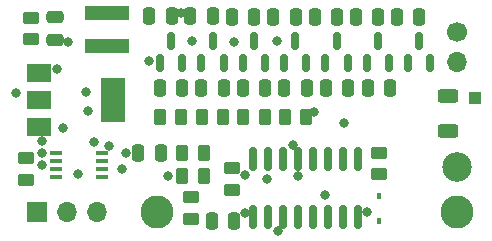
<source format=gts>
G04 #@! TF.GenerationSoftware,KiCad,Pcbnew,8.99.0-1513-g7fef6e8d83*
G04 #@! TF.CreationDate,2024-06-23T17:30:35+12:00*
G04 #@! TF.ProjectId,SafePulse,53616665-5075-46c7-9365-2e6b69636164,V1.2.4*
G04 #@! TF.SameCoordinates,PX78d49e0PY49c7f08*
G04 #@! TF.FileFunction,Soldermask,Top*
G04 #@! TF.FilePolarity,Negative*
%FSLAX46Y46*%
G04 Gerber Fmt 4.6, Leading zero omitted, Abs format (unit mm)*
G04 Created by KiCad (PCBNEW 8.99.0-1513-g7fef6e8d83) date 2024-06-23 17:30:35*
%MOMM*%
%LPD*%
G01*
G04 APERTURE LIST*
G04 Aperture macros list*
%AMRoundRect*
0 Rectangle with rounded corners*
0 $1 Rounding radius*
0 $2 $3 $4 $5 $6 $7 $8 $9 X,Y pos of 4 corners*
0 Add a 4 corners polygon primitive as box body*
4,1,4,$2,$3,$4,$5,$6,$7,$8,$9,$2,$3,0*
0 Add four circle primitives for the rounded corners*
1,1,$1+$1,$2,$3*
1,1,$1+$1,$4,$5*
1,1,$1+$1,$6,$7*
1,1,$1+$1,$8,$9*
0 Add four rect primitives between the rounded corners*
20,1,$1+$1,$2,$3,$4,$5,0*
20,1,$1+$1,$4,$5,$6,$7,0*
20,1,$1+$1,$6,$7,$8,$9,0*
20,1,$1+$1,$8,$9,$2,$3,0*%
G04 Aperture macros list end*
%ADD10R,1.075000X0.450000*%
%ADD11RoundRect,0.250000X-0.250000X-0.475000X0.250000X-0.475000X0.250000X0.475000X-0.250000X0.475000X0*%
%ADD12RoundRect,0.250000X0.450000X-0.262500X0.450000X0.262500X-0.450000X0.262500X-0.450000X-0.262500X0*%
%ADD13C,1.700000*%
%ADD14O,1.700000X1.700000*%
%ADD15C,2.500000*%
%ADD16C,2.800000*%
%ADD17RoundRect,0.150000X0.150000X-0.587500X0.150000X0.587500X-0.150000X0.587500X-0.150000X-0.587500X0*%
%ADD18RoundRect,0.250000X-0.450000X0.262500X-0.450000X-0.262500X0.450000X-0.262500X0.450000X0.262500X0*%
%ADD19RoundRect,0.250000X0.262500X0.450000X-0.262500X0.450000X-0.262500X-0.450000X0.262500X-0.450000X0*%
%ADD20RoundRect,0.250000X-0.475000X0.250000X-0.475000X-0.250000X0.475000X-0.250000X0.475000X0.250000X0*%
%ADD21R,1.700000X1.700000*%
%ADD22RoundRect,0.250000X-0.625000X0.312500X-0.625000X-0.312500X0.625000X-0.312500X0.625000X0.312500X0*%
%ADD23R,3.700000X1.200000*%
%ADD24RoundRect,0.250000X-0.262500X-0.450000X0.262500X-0.450000X0.262500X0.450000X-0.262500X0.450000X0*%
%ADD25RoundRect,0.150000X0.150000X-0.825000X0.150000X0.825000X-0.150000X0.825000X-0.150000X-0.825000X0*%
%ADD26R,2.000000X1.500000*%
%ADD27R,2.000000X3.800000*%
%ADD28R,0.450000X0.600000*%
%ADD29R,1.000000X1.000000*%
%ADD30RoundRect,0.250000X0.250000X0.475000X-0.250000X0.475000X-0.250000X-0.475000X0.250000X-0.475000X0*%
%ADD31C,0.800000*%
G04 APERTURE END LIST*
D10*
X7338000Y4825000D03*
X7338000Y5475000D03*
X7338000Y6125000D03*
X7338000Y6775000D03*
X3462000Y6775000D03*
X3462000Y6125000D03*
X3462000Y5475000D03*
X3462000Y4825000D03*
D11*
X19268666Y12315000D03*
X21168666Y12315000D03*
D12*
X900000Y4537500D03*
X900000Y6362500D03*
D13*
X37360000Y17040000D03*
D14*
X37360000Y14500000D03*
D11*
X15748333Y12315000D03*
X17648333Y12315000D03*
D15*
X37360000Y5610000D03*
D16*
X37360000Y1800000D03*
D17*
X29750000Y14427500D03*
X31650000Y14427500D03*
X30700000Y16302500D03*
X15750000Y14427500D03*
X17650000Y14427500D03*
X16700000Y16302500D03*
D11*
X21830000Y18365000D03*
X23730000Y18365000D03*
X22788999Y12315000D03*
X24688999Y12315000D03*
D18*
X30820000Y6845000D03*
X30820000Y5020000D03*
D11*
X18320000Y18355000D03*
X20220000Y18355000D03*
D17*
X12228000Y14451500D03*
X14128000Y14451500D03*
X13178000Y16326500D03*
D19*
X21124498Y9845000D03*
X19299498Y9845000D03*
D12*
X1320000Y16452500D03*
X1320000Y18277500D03*
D19*
X24651499Y9845000D03*
X22826499Y9845000D03*
D18*
X18320000Y5507500D03*
X18320000Y3682500D03*
D11*
X26309332Y12315000D03*
X28209332Y12315000D03*
D17*
X22750000Y14427500D03*
X24650000Y14427500D03*
X23700000Y16302500D03*
D16*
X11960000Y1800000D03*
D17*
X26250000Y14427500D03*
X28150000Y14427500D03*
X27200000Y16302500D03*
D11*
X11330000Y18375000D03*
X13230000Y18375000D03*
D20*
X3400000Y18315000D03*
X3400000Y16415000D03*
D21*
X1800000Y1800000D03*
D14*
X4340000Y1800000D03*
X6880000Y1800000D03*
D22*
X36598000Y11644500D03*
X36598000Y8719500D03*
D11*
X29829665Y12315000D03*
X31729665Y12315000D03*
D19*
X15982500Y4845000D03*
X14157500Y4845000D03*
D11*
X12228000Y12315000D03*
X14128000Y12315000D03*
X25360000Y18355000D03*
X27260000Y18355000D03*
D23*
X7800000Y18665000D03*
X7800000Y15865000D03*
D12*
X14850000Y1237500D03*
X14850000Y3062500D03*
D24*
X12245500Y9845000D03*
X14070500Y9845000D03*
D11*
X32320000Y18365000D03*
X34220000Y18365000D03*
D19*
X17597499Y9845000D03*
X15772499Y9845000D03*
X15982500Y6845000D03*
X14157500Y6845000D03*
D11*
X28840000Y18365000D03*
X30740000Y18365000D03*
D25*
X20125000Y1370000D03*
X21395000Y1370000D03*
X22665000Y1370000D03*
X23935000Y1370000D03*
X25205000Y1370000D03*
X26475000Y1370000D03*
X27745000Y1370000D03*
X29015000Y1370000D03*
X29015000Y6320000D03*
X27745000Y6320000D03*
X26475000Y6320000D03*
X25205000Y6320000D03*
X23935000Y6320000D03*
X22665000Y6320000D03*
X21395000Y6320000D03*
X20125000Y6320000D03*
D26*
X1976000Y13625000D03*
X1976000Y9025000D03*
D27*
X8276000Y11325000D03*
D26*
X1976000Y11325000D03*
D17*
X33250000Y14427500D03*
X35150000Y14427500D03*
X34200000Y16302500D03*
D28*
X30820000Y1045000D03*
X30820000Y3145000D03*
D29*
X38884000Y11452000D03*
D30*
X12320000Y6845000D03*
X10420000Y6845000D03*
D11*
X14830000Y18375000D03*
X16730000Y18375000D03*
D17*
X19268666Y14427500D03*
X21168666Y14427500D03*
X20218666Y16302500D03*
D11*
X16620000Y1095000D03*
X18520000Y1095000D03*
D31*
X19446747Y1733798D03*
X18500000Y16251183D03*
X27800000Y9365000D03*
X23550000Y7463500D03*
X2250000Y7800000D03*
X15000000Y16300000D03*
X22161441Y16315130D03*
X11301303Y14625832D03*
X29750000Y1850000D03*
X7950000Y7450000D03*
X23900000Y4900000D03*
X5300000Y5000000D03*
X9400000Y6800000D03*
X4450000Y16200000D03*
X6150000Y10400000D03*
X100000Y11900000D03*
X12934500Y4848000D03*
X9064700Y5423900D03*
X6700000Y7750000D03*
X19450000Y4950000D03*
X22250000Y251500D03*
X2300000Y6800000D03*
X4000000Y8900000D03*
X2300000Y5800000D03*
X14000000Y18700000D03*
X6030000Y11970000D03*
X3550000Y13950000D03*
X21320000Y4595000D03*
X26219800Y3233400D03*
X25300000Y10300000D03*
M02*

</source>
